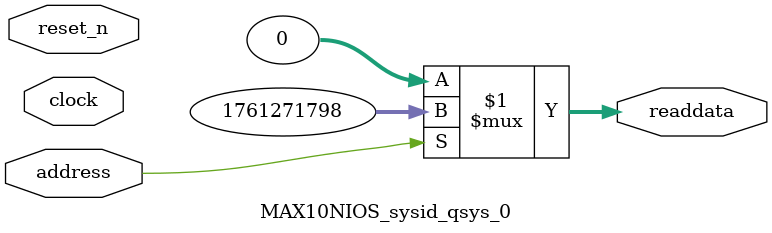
<source format=v>



// synthesis translate_off
`timescale 1ns / 1ps
// synthesis translate_on

// turn off superfluous verilog processor warnings 
// altera message_level Level1 
// altera message_off 10034 10035 10036 10037 10230 10240 10030 

module MAX10NIOS_sysid_qsys_0 (
               // inputs:
                address,
                clock,
                reset_n,

               // outputs:
                readdata
             )
;

  output  [ 31: 0] readdata;
  input            address;
  input            clock;
  input            reset_n;

  wire    [ 31: 0] readdata;
  //control_slave, which is an e_avalon_slave
  assign readdata = address ? 1761271798 : 0;

endmodule



</source>
